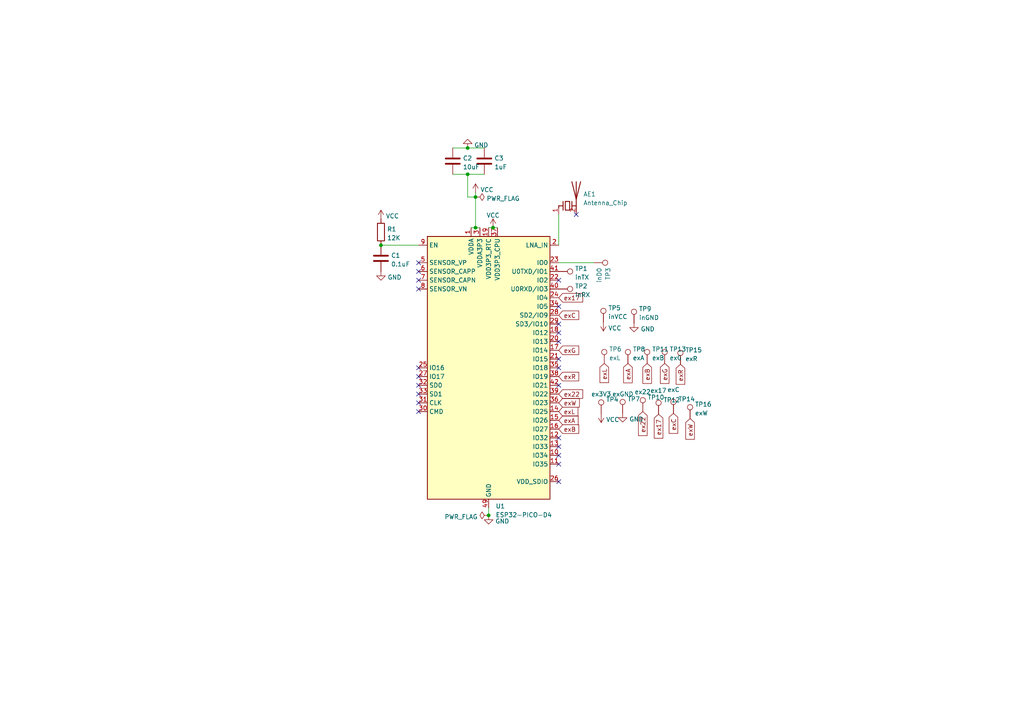
<source format=kicad_sch>
(kicad_sch (version 20211123) (generator eeschema)
  (paper "A4")
  (lib_symbols
    (symbol "Connector:TestPoint" (pin_numbers hide) (pin_names (offset 0.762) hide)
      (property "Reference" "TP" (at 0 6.858 0))
      (property "Value" "TestPoint" (at 0 5.08 0))
      (symbol "TestPoint_0_1"
        (circle (center 0 3.302) (radius 0.762))
      )
      (symbol "TestPoint_1_1"
        (pin passive line (at 0 0 90) (length 2.54) (name "1") (number "1"))
      )
    )
    (symbol "Device:Antenna_Chip" (pin_names (offset 1.016) hide)
      (property "Reference" "AE" (at 0 5.08 0))
      (property "Value" "Antenna_Chip" (at 0 3.175 0))
      (symbol "Antenna_Chip_0_1"
        (polyline (pts (xy -2.54 0) (xy -2.54 -0.635)) (stroke (width 0.254)))
        (polyline (pts (xy -2.54 0) (xy -1.27 0)) (stroke (width 0.254)))
        (polyline (pts (xy 1.27 0) (xy 2.54 0)) (stroke (width 0.254)))
        (polyline (pts (xy 1.27 1.27) (xy 1.27 -1.27)) (stroke (width 0.254)))
        (polyline (pts (xy 2.54 -0.635) (xy 2.54 0)))
        (polyline (pts (xy 2.54 6.985) (xy 2.54 -1.905)) (stroke (width 0.254)))
        (polyline (pts (xy -1.27 1.27) (xy -1.27 -1.27) (xy -1.27 0)) (stroke (width 0.254)))
        (polyline (pts (xy 3.81 6.985) (xy 2.54 1.905) (xy 1.27 6.985)) (stroke (width 0.254)))
        (polyline (pts (xy -0.635 1.27) (xy 0.635 1.27) (xy 0.635 -1.27) (xy -0.635 -1.27) (xy -0.635 1.27)) (stroke (width 0.254)))
      )
      (symbol "Antenna_Chip_1_1"
        (pin input line (at -2.54 -2.54 90) (length 2.54) (name "FEED") (number "1"))
        (pin passive line (at 2.54 -2.54 90) (length 2.54) (name "PCB_Trace") (number "2"))
      )
    )
    (symbol "Device:C" (pin_numbers hide) (pin_names (offset 0.254))
      (property "Reference" "C" (at 0.635 2.54 0))
      (property "Value" "C" (at 0.635 -2.54 0))
      (symbol "C_0_1"
        (polyline (pts (xy -2.032 -0.762) (xy 2.032 -0.762)) (stroke (width 0.508)))
        (polyline (pts (xy -2.032 0.762) (xy 2.032 0.762)) (stroke (width 0.508)))
      )
      (symbol "C_1_1"
        (pin passive line (at 0 3.81 270) (length 2.794) (name "~") (number "1"))
        (pin passive line (at 0 -3.81 90) (length 2.794) (name "~") (number "2"))
      )
    )
    (symbol "Device:R" (pin_numbers hide) (pin_names (offset 0))
      (property "Reference" "R" (at 2.032 0 90))
      (property "Value" "R" (at 0 0 90))
      (symbol "R_0_1"
        (rectangle (start -1.016 -2.54) (end 1.016 2.54) (stroke (width 0.254)))
      )
      (symbol "R_1_1"
        (pin passive line (at 0 3.81 270) (length 1.27) (name "~") (number "1"))
        (pin passive line (at 0 -3.81 90) (length 1.27) (name "~") (number "2"))
      )
    )
    (symbol "RF_Module:ESP32-PICO-D4"
      (property "Reference" "U" (at -17.78 39.37 0))
      (property "Value" "ESP32-PICO-D4" (at 3.81 39.37 0))
      (symbol "ESP32-PICO-D4_0_0"
        (pin power_in line (at -5.08 40.64 270) (length 2.54) (name "VDDA") (number "1"))
        (pin input line (at 20.32 -25.4 180) (length 2.54) (name "IO34") (number "10"))
        (pin input line (at 20.32 -27.94 180) (length 2.54) (name "IO35") (number "11"))
        (pin bidirectional line (at 20.32 -20.32 180) (length 2.54) (name "IO32") (number "12"))
        (pin bidirectional line (at 20.32 -22.86 180) (length 2.54) (name "IO33") (number "13"))
        (pin bidirectional line (at 20.32 -12.7 180) (length 2.54) (name "IO25") (number "14"))
        (pin bidirectional line (at 20.32 -15.24 180) (length 2.54) (name "IO26") (number "15"))
        (pin bidirectional line (at 20.32 -17.78 180) (length 2.54) (name "IO27") (number "16"))
        (pin bidirectional line (at 20.32 5.08 180) (length 2.54) (name "IO14") (number "17"))
        (pin bidirectional line (at 20.32 10.16 180) (length 2.54) (name "IO12") (number "18"))
        (pin power_in line (at 0 40.64 270) (length 2.54) (name "VDD3P3_RTC") (number "19"))
        (pin bidirectional line (at 20.32 35.56 180) (length 2.54) (name "LNA_IN") (number "2"))
        (pin bidirectional line (at 20.32 7.62 180) (length 2.54) (name "IO13") (number "20"))
        (pin bidirectional line (at 20.32 2.54 180) (length 2.54) (name "IO15") (number "21"))
        (pin bidirectional line (at 20.32 25.4 180) (length 2.54) (name "IO2") (number "22"))
        (pin bidirectional line (at 20.32 30.48 180) (length 2.54) (name "IO0") (number "23"))
        (pin bidirectional line (at 20.32 20.32 180) (length 2.54) (name "IO4") (number "24"))
        (pin bidirectional line (at -20.32 0 0) (length 2.54) (name "IO16") (number "25"))
        (pin power_out line (at 20.32 -33.02 180) (length 2.54) (name "VDD_SDIO") (number "26"))
        (pin bidirectional line (at -20.32 -2.54 0) (length 2.54) (name "IO17") (number "27"))
        (pin bidirectional line (at 20.32 15.24 180) (length 2.54) (name "SD2/IO9") (number "28"))
        (pin bidirectional line (at 20.32 12.7 180) (length 2.54) (name "SD3/IO10") (number "29"))
        (pin power_in line (at -2.54 40.64 270) (length 2.54) (name "VDDA3P3") (number "3"))
        (pin bidirectional line (at -20.32 -12.7 0) (length 2.54) (name "CMD") (number "30"))
        (pin bidirectional line (at -20.32 -10.16 0) (length 2.54) (name "CLK") (number "31"))
        (pin bidirectional line (at -20.32 -5.08 0) (length 2.54) (name "SD0") (number "32"))
        (pin bidirectional line (at -20.32 -7.62 0) (length 2.54) (name "SD1") (number "33"))
        (pin bidirectional line (at 20.32 17.78 180) (length 2.54) (name "IO5") (number "34"))
        (pin bidirectional line (at 20.32 0 180) (length 2.54) (name "IO18") (number "35"))
        (pin bidirectional line (at 20.32 -10.16 180) (length 2.54) (name "IO23") (number "36"))
        (pin power_in line (at 2.54 40.64 270) (length 2.54) (name "VDD3P3_CPU") (number "37"))
        (pin bidirectional line (at 20.32 -2.54 180) (length 2.54) (name "IO19") (number "38"))
        (pin bidirectional line (at 20.32 -7.62 180) (length 2.54) (name "IO22") (number "39"))
        (pin passive line (at -2.54 40.64 270) (length 2.54) hide (name "VDDA3P3") (number "4"))
        (pin bidirectional line (at 20.32 22.86 180) (length 2.54) (name "U0RXD/IO3") (number "40"))
        (pin bidirectional line (at 20.32 27.94 180) (length 2.54) (name "U0TXD/IO1") (number "41"))
        (pin bidirectional line (at 20.32 -5.08 180) (length 2.54) (name "IO21") (number "42"))
        (pin passive line (at -5.08 40.64 270) (length 2.54) hide (name "VDDA") (number "43"))
        (pin no_connect line (at -17.78 -25.4 0) (length 2.54) hide (name "XTAL_N_NC") (number "44"))
        (pin no_connect line (at -17.78 -27.94 0) (length 2.54) hide (name "XTAL_P_NC") (number "45"))
        (pin passive line (at -5.08 40.64 270) (length 2.54) hide (name "VDDA") (number "46"))
        (pin no_connect line (at -17.78 -30.48 0) (length 2.54) hide (name "CAP2_NC") (number "47"))
        (pin no_connect line (at -17.78 -33.02 0) (length 2.54) hide (name "CAP1_NC") (number "48"))
        (pin power_in line (at 0 -40.64 90) (length 2.54) (name "GND") (number "49"))
        (pin input line (at -20.32 30.48 0) (length 2.54) (name "SENSOR_VP") (number "5"))
        (pin input line (at -20.32 27.94 0) (length 2.54) (name "SENSOR_CAPP") (number "6"))
        (pin input line (at -20.32 25.4 0) (length 2.54) (name "SENSOR_CAPN") (number "7"))
        (pin input line (at -20.32 22.86 0) (length 2.54) (name "SENSOR_VN") (number "8"))
        (pin input line (at -20.32 35.56 0) (length 2.54) (name "EN") (number "9"))
      )
      (symbol "ESP32-PICO-D4_0_1"
        (rectangle (start -17.78 38.1) (end 17.78 -38.1) (stroke (width 0.254)) (fill (type background)))
      )
    )
    (symbol "power:GND" (power) (pin_names (offset 0))
      (property "Value" "GND" (at 0 -3.81 0))
      (symbol "GND_0_1"
        (polyline (pts (xy 0 0) (xy 0 -1.27) (xy 1.27 -1.27) (xy 0 -2.54) (xy -1.27 -1.27) (xy 0 -1.27)))
      )
      (symbol "GND_1_1"
        (pin power_in line (at 0 0 270) (length 0) hide (name "GND") (number "1"))
      )
    )
    (symbol "power:PWR_FLAG" (power) (pin_numbers hide) (pin_names (offset 0) hide)
      (property "Value" "PWR_FLAG" (at 0 3.81 0))
      (symbol "PWR_FLAG_0_0"
        (pin power_out line (at 0 0 90) (length 0) (name "pwr") (number "1"))
      )
      (symbol "PWR_FLAG_0_1"
        (polyline (pts (xy 0 0) (xy 0 1.27) (xy -1.016 1.905) (xy 0 2.54) (xy 1.016 1.905) (xy 0 1.27)))
      )
    )
    (symbol "power:VCC" (power) (pin_names (offset 0))
      (property "Value" "VCC" (at 0 3.81 0))
      (symbol "VCC_0_1"
        (polyline (pts (xy -0.762 1.27) (xy 0 2.54)))
        (polyline (pts (xy 0 0) (xy 0 2.54)))
        (polyline (pts (xy 0 2.54) (xy 0.762 1.27)))
      )
      (symbol "VCC_1_1"
        (pin power_in line (at 0 0 90) (length 0) hide (name "VCC") (number "1"))
      )
    )
  )
  (junction (at 141.732 149.479))
  (junction (at 135.636 42.926))
  (junction (at 137.922 57.15))
  (junction (at 137.922 66.04))
  (junction (at 110.49 71.12))
  (junction (at 143.002 66.04))
  (junction (at 135.636 50.546))
  (no_connect (at 162.052 111.76))
  (no_connect (at 162.052 127))
  (no_connect (at 121.412 83.82))
  (no_connect (at 162.052 129.54))
  (no_connect (at 162.052 99.06))
  (no_connect (at 162.052 104.14))
  (no_connect (at 162.052 106.68))
  (no_connect (at 162.052 93.98))
  (no_connect (at 162.052 88.9))
  (no_connect (at 162.052 81.28))
  (no_connect (at 167.132 62.23))
  (no_connect (at 162.052 132.08))
  (no_connect (at 162.052 134.62))
  (no_connect (at 121.412 119.38))
  (no_connect (at 162.052 139.7))
  (no_connect (at 121.412 81.28))
  (no_connect (at 121.412 78.74))
  (no_connect (at 121.412 76.2))
  (no_connect (at 162.052 96.52))
  (no_connect (at 121.412 114.3))
  (no_connect (at 121.412 111.76))
  (no_connect (at 121.412 109.22))
  (no_connect (at 121.412 116.84))
  (no_connect (at 121.412 106.68))
  (wire (pts (xy 137.922 66.04) (xy 139.192 66.04)))
  (wire (pts (xy 137.922 57.15) (xy 137.922 66.04)))
  (wire (pts (xy 135.636 50.546) (xy 135.636 57.15)))
  (wire (pts (xy 131.318 42.926) (xy 135.636 42.926)))
  (wire (pts (xy 162.052 76.2) (xy 172.212 76.2)))
  (wire (pts (xy 135.636 50.546) (xy 140.462 50.546)))
  (wire (pts (xy 131.318 50.546) (xy 135.636 50.546)))
  (wire (pts (xy 162.052 62.23) (xy 162.052 71.12)))
  (wire (pts (xy 135.636 57.15) (xy 137.922 57.15)))
  (wire (pts (xy 141.732 66.04) (xy 143.002 66.04)))
  (wire (pts (xy 137.922 55.88) (xy 137.922 57.15)))
  (wire (pts (xy 136.652 66.04) (xy 137.922 66.04)))
  (wire (pts (xy 143.002 66.04) (xy 144.272 66.04)))
  (wire (pts (xy 135.636 42.926) (xy 140.462 42.926)))
  (wire (pts (xy 141.732 147.32) (xy 141.732 149.479)))
  (wire (pts (xy 110.49 71.12) (xy 121.412 71.12)))
  (global_label "exW" (shape input) (at 200.152 121.412 270) (property "Intersheet References" "${INTERSHEET_REFS}" (effects hide)))
  (global_label "exL" (shape input) (at 162.052 119.38 0) (property "Intersheet References" "${INTERSHEET_REFS}" (effects hide)))
  (global_label "exA" (shape input) (at 182.118 105.41 270) (property "Intersheet References" "${INTERSHEET_REFS}" (effects hide)))
  (global_label "exR" (shape input) (at 197.358 105.664 270) (property "Intersheet References" "${INTERSHEET_REFS}" (effects hide)))
  (global_label "exA" (shape input) (at 162.052 121.92 0) (property "Intersheet References" "${INTERSHEET_REFS}" (effects hide)))
  (global_label "ex22" (shape input) (at 186.436 119.38 270) (property "Intersheet References" "${INTERSHEET_REFS}" (effects hide)))
  (global_label "exC" (shape input) (at 162.052 91.44 0) (property "Intersheet References" "${INTERSHEET_REFS}" (effects hide)))
  (global_label "exG" (shape input) (at 162.052 101.6 0) (property "Intersheet References" "${INTERSHEET_REFS}" (effects hide)))
  (global_label "exB" (shape input) (at 162.052 124.46 0) (property "Intersheet References" "${INTERSHEET_REFS}" (effects hide)))
  (global_label "exL" (shape input) (at 175.26 105.41 270) (property "Intersheet References" "${INTERSHEET_REFS}" (effects hide)))
  (global_label "ex17" (shape input) (at 162.052 86.36 0) (property "Intersheet References" "${INTERSHEET_REFS}" (effects hide)))
  (global_label "ex22" (shape input) (at 162.052 114.3 0) (property "Intersheet References" "${INTERSHEET_REFS}" (effects hide)))
  (global_label "exC" (shape input) (at 195.326 119.888 270) (property "Intersheet References" "${INTERSHEET_REFS}" (effects hide)))
  (global_label "exG" (shape input) (at 192.786 105.41 270) (property "Intersheet References" "${INTERSHEET_REFS}" (effects hide)))
  (global_label "ex17" (shape input) (at 191.008 120.142 270) (property "Intersheet References" "${INTERSHEET_REFS}" (effects hide)))
  (global_label "exW" (shape input) (at 162.052 116.84 0) (property "Intersheet References" "${INTERSHEET_REFS}" (effects hide)))
  (global_label "exB" (shape input) (at 187.706 105.41 270) (property "Intersheet References" "${INTERSHEET_REFS}" (effects hide)))
  (global_label "exR" (shape input) (at 162.052 109.22 0) (property "Intersheet References" "${INTERSHEET_REFS}" (effects hide)))
  (symbol (lib_id "power:VCC") (at 110.49 63.5 0) (unit 1)
    (property "Reference" "#PWR01" (effects hide))
    (property "Value" "VCC" (at 111.887 62.6638 0) (effects (justify left)))
  )
  (symbol (lib_id "power:PWR_FLAG") (at 141.732 149.479 90) (unit 1)
    (property "Reference" "#FLG01" (effects hide))
    (property "Value" "PWR_FLAG" (at 138.5571 149.9128 90) (effects (justify left)))
  )
  (symbol (lib_id "Connector:TestPoint") (at 183.896 93.726 0) (unit 1)
    (property "Reference" "TP9" (at 185.293 89.5893 0) (effects (justify left)))
    (property "Value" "inGND" (at 185.293 92.1262 0) (effects (justify left)))
    (property "Footprint" "TestPoint:TestPoint_Pad_D1.0mm" (effects hide))
  )
  (symbol (lib_id "Connector:TestPoint") (at 175.26 105.41 0) (unit 1)
    (property "Reference" "TP6" (at 176.657 101.2733 0) (effects (justify left)))
    (property "Value" "exL" (at 176.657 103.8102 0) (effects (justify left)))
    (property "Footprint" "lsr:TestPoint_Pad_1.0x2.5mm" (effects hide))
  )
  (symbol (lib_id "power:PWR_FLAG") (at 137.922 57.15 270) (unit 1)
    (property "Reference" "#FLG0101" (effects hide))
    (property "Value" "PWR_FLAG" (at 141.097 57.5838 90) (effects (justify left)))
  )
  (symbol (lib_id "Connector:TestPoint") (at 162.052 78.74 270) (unit 1)
    (property "Reference" "TP1" (at 166.751 77.9053 90) (effects (justify left)))
    (property "Value" "inTX" (at 166.751 80.4422 90) (effects (justify left)))
    (property "Footprint" "TestPoint:TestPoint_Pad_D1.0mm" (effects hide))
  )
  (symbol (lib_id "Connector:TestPoint") (at 162.052 83.82 270) (unit 1)
    (property "Reference" "TP2" (at 166.751 82.9853 90) (effects (justify left)))
    (property "Value" "inRX" (at 166.751 85.5222 90) (effects (justify left)))
    (property "Footprint" "TestPoint:TestPoint_Pad_D1.0mm" (effects hide))
  )
  (symbol (lib_id "Connector:TestPoint") (at 197.358 105.664 0) (unit 1)
    (property "Reference" "TP15" (at 198.755 101.5273 0) (effects (justify left)))
    (property "Value" "exR" (at 198.755 104.0642 0) (effects (justify left)))
    (property "Footprint" "lsr:TestPoint_Pad_1.0x2.5mm" (effects hide))
  )
  (symbol (lib_id "power:GND") (at 180.594 119.888 0) (unit 1)
    (property "Reference" "#PWR09" (effects hide))
    (property "Value" "GND" (at 182.499 121.5918 0) (effects (justify left)))
  )
  (symbol (lib_id "Connector:TestPoint") (at 174.371 120.015 0) (unit 1)
    (property "Reference" "TP4" (at 175.768 115.8783 0) (effects (justify left)))
    (property "Value" "ex3V3" (at 171.45 114.3 0) (effects (justify left)))
    (property "Footprint" "lsr:TestPoint_Pad_1.0x2.5mm" (effects hide))
  )
  (symbol (lib_id "Device:C") (at 140.462 46.736 180) (unit 1)
    (property "Reference" "C3" (at 143.383 45.9013 0) (effects (justify right)))
    (property "Value" "1uF" (at 143.383 48.4382 0) (effects (justify right)))
    (property "Footprint" "Capacitor_SMD:C_0805_2012Metric_Pad1.18x1.45mm_HandSolder" (effects hide))
  )
  (symbol (lib_id "Device:C") (at 110.49 74.93 180) (unit 1)
    (property "Reference" "C1" (at 113.411 74.0953 0) (effects (justify right)))
    (property "Value" "0.1uF" (at 113.411 76.6322 0) (effects (justify right)))
    (property "Footprint" "Capacitor_SMD:C_0805_2012Metric_Pad1.18x1.45mm_HandSolder" (effects hide))
  )
  (symbol (lib_id "Device:Antenna_Chip") (at 164.592 59.69 0) (unit 1)
    (property "Reference" "AE1" (at 169.164 56.3153 0) (effects (justify left)))
    (property "Value" "Antenna_Chip" (at 169.164 58.8522 0) (effects (justify left)))
    (property "Footprint" "RF_Antenna:Johanson_2450AT18x100" (effects hide))
    (property "Datasheet" "https://octopart.com/datasheet/ant3216ll00r2400a-pulse-115579958" (effects hide))
  )
  (symbol (lib_id "Device:R") (at 110.49 67.31 180) (unit 1)
    (property "Reference" "R1" (at 112.268 66.4753 0) (effects (justify right)))
    (property "Value" "12K" (at 112.268 69.0122 0) (effects (justify right)))
    (property "Footprint" "Resistor_SMD:R_0805_2012Metric_Pad1.20x1.40mm_HandSolder" (effects hide))
  )
  (symbol (lib_id "Connector:TestPoint") (at 175.006 93.472 0) (unit 1)
    (property "Reference" "TP5" (at 176.403 89.3353 0) (effects (justify left)))
    (property "Value" "inVCC" (at 176.403 91.8722 0) (effects (justify left)))
    (property "Footprint" "TestPoint:TestPoint_Pad_D1.0mm" (effects hide))
  )
  (symbol (lib_id "power:VCC") (at 137.922 55.88 0) (unit 1)
    (property "Reference" "#PWR04" (effects hide))
    (property "Value" "VCC" (at 139.319 55.0438 0) (effects (justify left)))
  )
  (symbol (lib_id "Connector:TestPoint") (at 180.594 119.888 0) (unit 1)
    (property "Reference" "TP7" (at 181.991 115.7513 0) (effects (justify left)))
    (property "Value" "exGND" (at 177.546 114.3 0) (effects (justify left)))
    (property "Footprint" "lsr:TestPoint_Pad_1.0x2.5mm" (effects hide))
  )
  (symbol (lib_id "Connector:TestPoint") (at 187.706 105.41 0) (unit 1)
    (property "Reference" "TP11" (at 189.103 101.2733 0) (effects (justify left)))
    (property "Value" "exB" (at 189.103 103.8102 0) (effects (justify left)))
    (property "Footprint" "lsr:TestPoint_Pad_1.0x2.5mm" (effects hide))
  )
  (symbol (lib_id "RF_Module:ESP32-PICO-D4") (at 141.732 106.68 0) (unit 1)
    (property "Reference" "U1" (at 143.7514 146.8104 0) (effects (justify left)))
    (property "Value" "ESP32-PICO-D4" (at 143.7514 149.3473 0) (effects (justify left)))
    (property "Footprint" "Package_DFN_QFN:QFN-48-1EP_7x7mm_P0.5mm_EP5.3x5.3mm" (effects hide))
    (property "Datasheet" "https://www.espressif.com/sites/default/files/documentation/esp32-pico-d4_datasheet_en.pdf" (effects hide))
  )
  (symbol (lib_id "power:VCC") (at 175.006 93.472 180) (unit 1)
    (property "Reference" "#PWR08" (effects hide))
    (property "Value" "VCC" (at 176.403 95.1758 0) (effects (justify right)))
  )
  (symbol (lib_id "Connector:TestPoint") (at 195.326 119.888 0) (unit 1)
    (property "Reference" "TP14" (at 196.723 115.7513 0) (effects (justify left)))
    (property "Value" "exC" (at 193.548 113.03 0) (effects (justify left)))
    (property "Footprint" "lsr:TestPoint_Pad_1.0x2.5mm" (effects hide))
  )
  (symbol (lib_id "Connector:TestPoint") (at 191.008 120.142 0) (unit 1)
    (property "Reference" "TP12" (at 192.405 116.0053 0) (effects (justify left)))
    (property "Value" "ex17" (at 188.595 113.284 0) (effects (justify left)))
    (property "Footprint" "lsr:TestPoint_Pad_1.0x2.5mm" (effects hide))
  )
  (symbol (lib_id "power:GND") (at 135.636 42.926 180) (unit 1)
    (property "Reference" "#PWR03" (effects hide))
    (property "Value" "GND" (at 137.541 42.0898 0) (effects (justify right)))
  )
  (symbol (lib_id "Connector:TestPoint") (at 200.152 121.412 0) (unit 1)
    (property "Reference" "TP16" (at 201.549 117.2753 0) (effects (justify left)))
    (property "Value" "exW" (at 201.549 119.8122 0) (effects (justify left)))
    (property "Footprint" "lsr:TestPoint_Pad_1.0x2.5mm" (effects hide))
  )
  (symbol (lib_id "Connector:TestPoint") (at 182.118 105.41 0) (unit 1)
    (property "Reference" "TP8" (at 183.515 101.2733 0) (effects (justify left)))
    (property "Value" "exA" (at 183.515 103.8102 0) (effects (justify left)))
    (property "Footprint" "lsr:TestPoint_Pad_1.0x2.5mm" (effects hide))
  )
  (symbol (lib_id "Connector:TestPoint") (at 172.212 76.2 270) (unit 1)
    (property "Reference" "TP3" (at 176.3487 77.597 0) (effects (justify left)))
    (property "Value" "inD0" (at 173.8118 77.597 0) (effects (justify left)))
    (property "Footprint" "TestPoint:TestPoint_Pad_D1.0mm" (effects hide))
  )
  (symbol (lib_id "Connector:TestPoint") (at 192.786 105.41 0) (unit 1)
    (property "Reference" "TP13" (at 194.183 101.2733 0) (effects (justify left)))
    (property "Value" "exG" (at 194.183 103.8102 0) (effects (justify left)))
    (property "Footprint" "lsr:TestPoint_Pad_1.0x2.5mm" (effects hide))
  )
  (symbol (lib_id "power:VCC") (at 174.371 120.015 180) (unit 1)
    (property "Reference" "#PWR07" (effects hide))
    (property "Value" "VCC" (at 175.768 121.7188 0) (effects (justify right)))
  )
  (symbol (lib_id "power:GND") (at 141.732 149.479 0) (unit 1)
    (property "Reference" "#PWR05" (effects hide))
    (property "Value" "GND" (at 143.637 151.1828 0) (effects (justify left)))
  )
  (symbol (lib_id "Device:C") (at 131.318 46.736 0) (unit 1)
    (property "Reference" "C2" (at 134.239 45.9013 0) (effects (justify left)))
    (property "Value" "10uF" (at 134.239 48.4382 0) (effects (justify left)))
    (property "Footprint" "Capacitor_SMD:C_0805_2012Metric_Pad1.18x1.45mm_HandSolder" (effects hide))
  )
  (symbol (lib_id "Connector:TestPoint") (at 186.436 119.38 0) (unit 1)
    (property "Reference" "TP10" (at 187.833 115.2433 0) (effects (justify left)))
    (property "Value" "ex22" (at 184.023 113.665 0) (effects (justify left)))
    (property "Footprint" "lsr:TestPoint_Pad_1.0x2.5mm" (effects hide))
  )
  (symbol (lib_id "power:VCC") (at 143.002 66.04 0) (unit 1)
    (property "Reference" "#PWR06" (effects hide))
    (property "Value" "VCC" (at 143.002 62.4642 0))
  )
  (symbol (lib_id "power:GND") (at 183.896 93.726 0) (unit 1)
    (property "Reference" "#PWR010" (effects hide))
    (property "Value" "GND" (at 185.801 95.4298 0) (effects (justify left)))
  )
  (symbol (lib_id "power:GND") (at 110.49 78.74 0) (unit 1)
    (property "Reference" "#PWR02" (effects hide))
    (property "Value" "GND" (at 112.395 80.4438 0) (effects (justify left)))
  )
)
</source>
